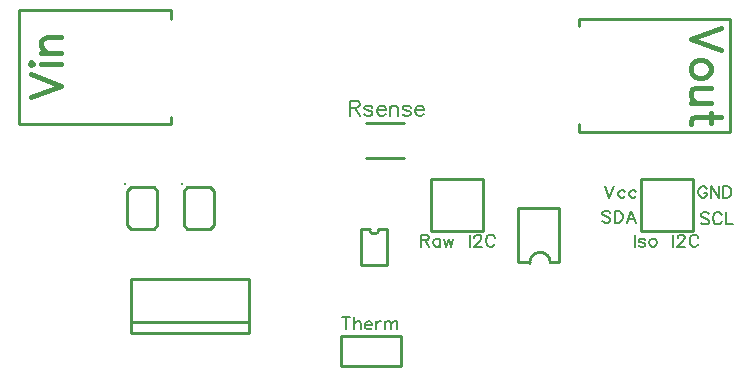
<source format=gbr>
G04 DipTrace Beta 2.9.0.1*
G04 TopSilk.gbr*
%MOIN*%
G04 #@! TF.FileFunction,Legend,Top*
G04 #@! TF.Part,Single*
%ADD10C,0.009843*%
%ADD16C,0.0125*%
%ADD61C,0.00772*%
%ADD62C,0.007*%
%ADD63C,0.015439*%
%FSLAX26Y26*%
G04*
G70*
G90*
G75*
G01*
G04 TopSilk*
%LPD*%
X2691244Y855516D2*
D10*
X2518016D1*
Y1028744D1*
X2691244D1*
Y855516D1*
X1991244D2*
X1818016D1*
Y1028744D1*
X1991244D1*
Y855516D1*
X819000Y862750D2*
X806500Y875249D1*
Y987751D1*
X819000Y1000250D1*
X894000D1*
X906500Y987751D1*
Y875249D1*
X894000Y862750D1*
X819000D1*
X1006500D2*
X994000Y875249D1*
Y987751D1*
X1006500Y1000250D1*
X1081500D1*
X1094000Y987751D1*
Y875249D1*
X1081500Y862750D1*
X1006500D1*
X950664Y1212701D2*
Y1236323D1*
Y1590654D2*
Y1563101D1*
Y1212701D2*
X446766D1*
X950664Y1590654D2*
X446766D1*
Y1212701D2*
Y1590654D1*
X2312336Y1562799D2*
Y1539177D1*
Y1184846D2*
Y1212399D1*
Y1562799D2*
X2816234D1*
X2312336Y1184846D2*
X2816234D1*
Y1562799D2*
Y1184846D1*
X1719012Y406495D2*
X1518988D1*
Y506500D1*
X1719012D1*
Y406495D1*
X1603807Y1215587D2*
X1729665D1*
X1603807Y1097413D2*
X1729665D1*
X2109240Y751239D2*
X2150173D1*
X2110416Y752229D2*
Y932543D1*
X2246625D1*
Y750055D1*
X2214557D1*
X2216718Y749066D2*
G03X2148012Y746911I-34403J505D01*
G01*
X1586297Y860688D2*
Y742572D1*
X1672931D2*
Y860688D1*
Y742572D2*
X1586297D1*
Y860688D2*
X1613858D1*
X1645370D2*
X1672931D1*
X1613858D2*
G03X1645370Y860688I15756J11D01*
G01*
X1211350Y516450D2*
X817650D1*
Y693615D1*
X1211350D1*
Y516450D1*
Y551883D2*
X817650D1*
D16*
X987750Y1012750D3*
X800250D3*
X2397500Y1005021D2*
D62*
X2412799Y964829D1*
X2428097Y1005021D1*
X2465089Y985876D2*
X2461243Y989722D1*
X2457396Y991624D1*
X2451692D1*
X2447845Y989722D1*
X2444043Y985876D1*
X2442097Y980127D1*
Y976325D1*
X2444043Y970577D1*
X2447845Y966774D1*
X2451692Y964829D1*
X2457396D1*
X2461243Y966774D1*
X2465089Y970577D1*
X2502081Y985876D2*
X2498235Y989722D1*
X2494388Y991624D1*
X2488684D1*
X2484837Y989722D1*
X2481035Y985876D1*
X2479089Y980127D1*
Y976325D1*
X2481035Y970577D1*
X2484837Y966774D1*
X2488684Y964829D1*
X2494388D1*
X2498235Y966774D1*
X2502081Y970577D1*
X2497500Y842521D2*
Y802329D1*
X2532547Y823376D2*
X2530645Y827222D1*
X2524897Y829124D1*
X2519149D1*
X2513401Y827222D1*
X2511500Y823376D1*
X2513401Y819573D1*
X2517248Y817627D1*
X2526799Y815726D1*
X2530645Y813825D1*
X2532547Y809978D1*
Y808077D1*
X2530645Y804274D1*
X2524897Y802329D1*
X2519149D1*
X2513401Y804274D1*
X2511500Y808077D1*
X2556097Y829124D2*
X2552295Y827222D1*
X2548448Y823376D1*
X2546547Y817627D1*
Y813825D1*
X2548448Y808077D1*
X2552295Y804274D1*
X2556097Y802329D1*
X2561845D1*
X2565692Y804274D1*
X2569495Y808077D1*
X2571440Y813825D1*
Y817627D1*
X2569495Y823376D1*
X2565692Y827222D1*
X2561845Y829124D1*
X2556097D1*
X2625969Y842521D2*
Y802329D1*
X2641915Y832926D2*
Y834827D1*
X2643816Y838674D1*
X2645717Y840575D1*
X2649564Y842477D1*
X2657214D1*
X2661016Y840575D1*
X2662917Y838674D1*
X2664863Y834827D1*
Y831025D1*
X2662917Y827178D1*
X2659115Y821474D1*
X2639969Y802329D1*
X2666764D1*
X2709460Y832970D2*
X2707559Y836773D1*
X2703712Y840620D1*
X2699909Y842521D1*
X2692260D1*
X2688413Y840620D1*
X2684611Y836773D1*
X2682665Y832970D1*
X2680764Y827222D1*
Y817627D1*
X2682665Y811924D1*
X2684611Y808077D1*
X2688413Y804274D1*
X2692260Y802329D1*
X2699909D1*
X2703712Y804274D1*
X2707559Y808077D1*
X2709460Y811924D1*
X2738696Y995470D2*
X2736795Y999273D1*
X2732948Y1003120D1*
X2729145Y1005021D1*
X2721496D1*
X2717649Y1003120D1*
X2713847Y999273D1*
X2711901Y995470D1*
X2710000Y989722D1*
Y980127D1*
X2711901Y974424D1*
X2713847Y970577D1*
X2717649Y966774D1*
X2721496Y964829D1*
X2729145D1*
X2732948Y966774D1*
X2736795Y970577D1*
X2738696Y974424D1*
Y980127D1*
X2729145D1*
X2779491Y1005021D2*
Y964829D1*
X2752696Y1005021D1*
Y964829D1*
X2793491Y1005021D2*
Y964829D1*
X2806888D1*
X2812636Y966774D1*
X2816483Y970577D1*
X2818384Y974424D1*
X2820285Y980127D1*
Y989722D1*
X2818384Y995470D1*
X2816483Y999273D1*
X2812636Y1003120D1*
X2806888Y1005021D1*
X2793491D1*
X2744736Y911773D2*
X2740933Y915620D1*
X2735185Y917521D1*
X2727536D1*
X2721788Y915620D1*
X2717941Y911773D1*
Y907970D1*
X2719886Y904124D1*
X2721788Y902222D1*
X2725590Y900321D1*
X2737086Y896474D1*
X2740933Y894573D1*
X2742834Y892627D1*
X2744736Y888825D1*
Y883077D1*
X2740933Y879274D1*
X2735185Y877329D1*
X2727536D1*
X2721788Y879274D1*
X2717941Y883077D1*
X2787432Y907970D2*
X2785530Y911773D1*
X2781684Y915620D1*
X2777881Y917521D1*
X2770232D1*
X2766385Y915620D1*
X2762582Y911773D1*
X2760637Y907970D1*
X2758736Y902222D1*
Y892627D1*
X2760637Y886924D1*
X2762582Y883077D1*
X2766385Y879274D1*
X2770232Y877329D1*
X2777881D1*
X2781684Y879274D1*
X2785530Y883077D1*
X2787432Y886924D1*
X2801432Y917521D2*
Y877329D1*
X2824379D1*
X2416841Y916374D2*
X2413038Y920221D1*
X2407290Y922122D1*
X2399641D1*
X2393893Y920221D1*
X2390046Y916374D1*
Y912571D1*
X2391991Y908725D1*
X2393893Y906823D1*
X2397695Y904922D1*
X2409191Y901075D1*
X2413038Y899174D1*
X2414939Y897229D1*
X2416841Y893426D1*
Y887678D1*
X2413038Y883875D1*
X2407290Y881930D1*
X2399641D1*
X2393893Y883875D1*
X2390046Y887678D1*
X2430841Y922122D2*
Y881930D1*
X2444238D1*
X2449986Y883875D1*
X2453833Y887678D1*
X2455734Y891525D1*
X2457635Y897229D1*
Y906823D1*
X2455734Y912571D1*
X2453833Y916374D1*
X2449986Y920221D1*
X2444238Y922122D1*
X2430841D1*
X2502277Y881930D2*
X2486934Y922122D1*
X2471635Y881930D1*
X2477383Y895327D2*
X2496529D1*
X1547860Y1265610D2*
D61*
X1569360D1*
X1576545Y1268041D1*
X1578977Y1270418D1*
X1581353Y1275171D1*
Y1279980D1*
X1578977Y1284733D1*
X1576545Y1287165D1*
X1569360Y1289541D1*
X1547860D1*
Y1239301D1*
X1564606Y1265610D2*
X1581353Y1239301D1*
X1623101Y1265610D2*
X1620724Y1270418D1*
X1613539Y1272795D1*
X1606354D1*
X1599169Y1270418D1*
X1596792Y1265610D1*
X1599169Y1260856D1*
X1603977Y1258425D1*
X1615916Y1256048D1*
X1620724Y1253671D1*
X1623101Y1248863D1*
Y1246486D1*
X1620724Y1241733D1*
X1613539Y1239301D1*
X1606354D1*
X1599169Y1241733D1*
X1596792Y1246486D1*
X1638540Y1258425D2*
X1667225D1*
Y1263233D1*
X1664848Y1268041D1*
X1662472Y1270418D1*
X1657663Y1272795D1*
X1650478D1*
X1645725Y1270418D1*
X1640917Y1265610D1*
X1638540Y1258425D1*
Y1253671D1*
X1640917Y1246486D1*
X1645725Y1241733D1*
X1650478Y1239301D1*
X1657663D1*
X1662472Y1241733D1*
X1667225Y1246486D1*
X1682664Y1272795D2*
Y1239301D1*
Y1263233D2*
X1689849Y1270418D1*
X1694658Y1272795D1*
X1701787D1*
X1706596Y1270418D1*
X1708972Y1263233D1*
Y1239301D1*
X1750720Y1265610D2*
X1748343Y1270418D1*
X1741158Y1272795D1*
X1733973D1*
X1726788Y1270418D1*
X1724412Y1265610D1*
X1726788Y1260856D1*
X1731597Y1258425D1*
X1743535Y1256048D1*
X1748343Y1253671D1*
X1750720Y1248863D1*
Y1246486D1*
X1748343Y1241733D1*
X1741158Y1239301D1*
X1733973D1*
X1726788Y1241733D1*
X1724412Y1246486D1*
X1766159Y1258425D2*
X1794844D1*
Y1263233D1*
X1792467Y1268041D1*
X1790091Y1270418D1*
X1785282Y1272795D1*
X1778097D1*
X1773344Y1270418D1*
X1768536Y1265610D1*
X1766159Y1258425D1*
Y1253671D1*
X1768536Y1246486D1*
X1773344Y1241733D1*
X1778097Y1239301D1*
X1785282D1*
X1790091Y1241733D1*
X1794844Y1246486D1*
X486163Y1300611D2*
D63*
X586643Y1338857D1*
X486163Y1377104D1*
Y1407982D2*
X490916Y1412735D1*
X486163Y1417599D1*
X481299Y1412735D1*
X486163Y1407982D1*
X519656Y1412735D2*
X586643D1*
X519656Y1448478D2*
X586643D1*
X538779D2*
X524409Y1462848D1*
X519656Y1472465D1*
Y1486724D1*
X524409Y1496341D1*
X538779Y1501094D1*
X586643D1*
X2784562Y1533335D2*
X2684082Y1495089D1*
X2784562Y1456842D1*
X2751068Y1402087D2*
X2746315Y1411594D1*
X2736698Y1421211D1*
X2722328Y1425964D1*
X2712822D1*
X2698452Y1421211D1*
X2688945Y1411594D1*
X2684082Y1402088D1*
Y1387717D1*
X2688945Y1378101D1*
X2698452Y1368594D1*
X2712822Y1363730D1*
X2722328D1*
X2736698Y1368594D1*
X2746315Y1378101D1*
X2751068Y1387717D1*
Y1402087D1*
Y1332852D2*
X2703205D1*
X2688945Y1328099D1*
X2684082Y1318482D1*
Y1304112D1*
X2688945Y1294605D1*
X2703205Y1280235D1*
X2751068D2*
X2684082D1*
X2784562Y1234987D2*
X2703205D1*
X2688945Y1230234D1*
X2684082Y1220617D1*
Y1211110D1*
X2751068Y1249357D2*
Y1215864D1*
X1535897Y567521D2*
D62*
Y527329D1*
X1522500Y567521D2*
X1549295D1*
X1563295D2*
Y527329D1*
Y546474D2*
X1569043Y552222D1*
X1572889Y554124D1*
X1578637D1*
X1582440Y552222D1*
X1584341Y546474D1*
Y527329D1*
X1598341Y542627D2*
X1621289D1*
Y546474D1*
X1619388Y550321D1*
X1617487Y552222D1*
X1613640Y554124D1*
X1607892D1*
X1604089Y552222D1*
X1600243Y548376D1*
X1598341Y542627D1*
Y538825D1*
X1600243Y533077D1*
X1604089Y529274D1*
X1607892Y527329D1*
X1613640D1*
X1617487Y529274D1*
X1621289Y533077D1*
X1635289Y554124D2*
Y527329D1*
Y542627D2*
X1637235Y548376D1*
X1641037Y552222D1*
X1644884Y554124D1*
X1650632D1*
X1664632D2*
Y527329D1*
Y546474D2*
X1670380Y552222D1*
X1674227Y554124D1*
X1679931D1*
X1683777Y552222D1*
X1685679Y546474D1*
Y527329D1*
Y546474D2*
X1691427Y552222D1*
X1695273Y554124D1*
X1700977D1*
X1704824Y552222D1*
X1706770Y546474D1*
Y527329D1*
X1785000Y823376D2*
X1802200D1*
X1807948Y825321D1*
X1809893Y827222D1*
X1811795Y831025D1*
Y834872D1*
X1809893Y838674D1*
X1807948Y840620D1*
X1802200Y842521D1*
X1785000D1*
Y802329D1*
X1798397Y823376D2*
X1811795Y802329D1*
X1848743Y829124D2*
Y802329D1*
Y823376D2*
X1844940Y827222D1*
X1841093Y829124D1*
X1835389D1*
X1831543Y827222D1*
X1827740Y823376D1*
X1825795Y817627D1*
Y813825D1*
X1827740Y808077D1*
X1831543Y804274D1*
X1835389Y802329D1*
X1841093D1*
X1844940Y804274D1*
X1848743Y808077D1*
X1862743Y829124D2*
X1870392Y802329D1*
X1878041Y829124D1*
X1885690Y802329D1*
X1893340Y829124D1*
X1947869Y842521D2*
Y802329D1*
X1963815Y832926D2*
Y834827D1*
X1965716Y838674D1*
X1967617Y840575D1*
X1971464Y842477D1*
X1979113D1*
X1982916Y840575D1*
X1984817Y838674D1*
X1986763Y834827D1*
Y831025D1*
X1984817Y827178D1*
X1981015Y821474D1*
X1961869Y802329D1*
X1988664D1*
X2031360Y832970D2*
X2029459Y836773D1*
X2025612Y840620D1*
X2021809Y842521D1*
X2014160D1*
X2010313Y840620D1*
X2006511Y836773D1*
X2004565Y832970D1*
X2002664Y827222D1*
Y817627D1*
X2004565Y811924D1*
X2006511Y808077D1*
X2010313Y804274D1*
X2014160Y802329D1*
X2021809D1*
X2025612Y804274D1*
X2029459Y808077D1*
X2031360Y811924D1*
M02*

</source>
